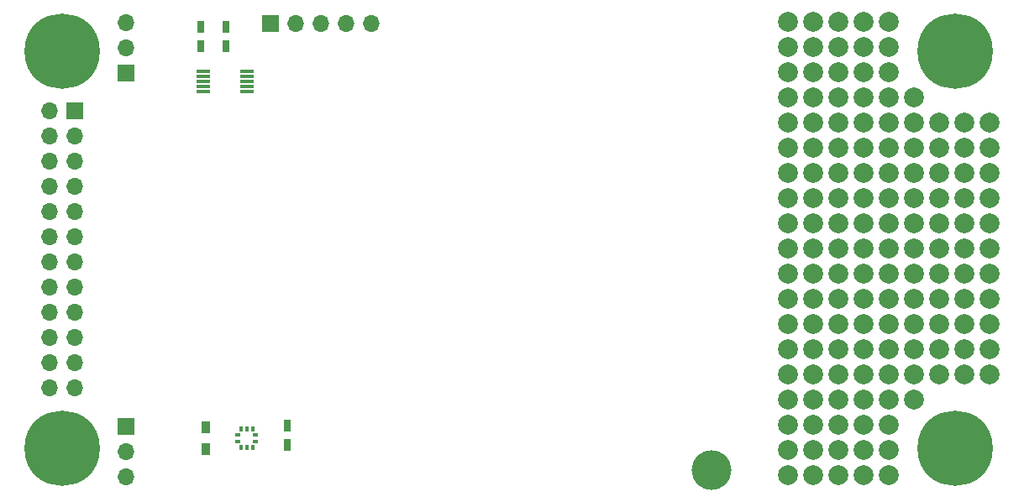
<source format=gbr>
G04 #@! TF.FileFunction,Soldermask,Top*
%FSLAX46Y46*%
G04 Gerber Fmt 4.6, Leading zero omitted, Abs format (unit mm)*
G04 Created by KiCad (PCBNEW 4.0.6) date 06/28/17 13:30:46*
%MOMM*%
%LPD*%
G01*
G04 APERTURE LIST*
%ADD10C,0.100000*%
%ADD11C,4.000000*%
%ADD12R,0.400000X0.550000*%
%ADD13R,0.550000X0.400000*%
%ADD14C,2.000000*%
%ADD15R,0.750000X1.200000*%
%ADD16R,1.700000X1.700000*%
%ADD17O,1.700000X1.700000*%
%ADD18R,0.900000X1.200000*%
%ADD19R,1.400000X0.300000*%
%ADD20C,7.600000*%
G04 APERTURE END LIST*
D10*
D11*
X166090000Y-122830000D03*
D12*
X118600000Y-118680000D03*
X119200000Y-118680000D03*
X119800000Y-118680000D03*
X119800000Y-120520000D03*
X119200000Y-120520000D03*
X118600000Y-120520000D03*
D13*
X118280000Y-119300000D03*
X118280000Y-119900000D03*
X120120000Y-119900000D03*
X120120000Y-119300000D03*
D14*
X183960000Y-123320000D03*
X181420000Y-123320000D03*
X178880000Y-123320000D03*
X176340000Y-123320000D03*
X173800000Y-123320000D03*
X183960000Y-120780000D03*
X181420000Y-120780000D03*
X178880000Y-120780000D03*
X176340000Y-120780000D03*
X173800000Y-120780000D03*
X183960000Y-118240000D03*
X181420000Y-118240000D03*
X178880000Y-118240000D03*
X176340000Y-118240000D03*
X173800000Y-118240000D03*
X186500000Y-115700000D03*
X183960000Y-115700000D03*
X181420000Y-115700000D03*
X178880000Y-115700000D03*
X176340000Y-115700000D03*
X173800000Y-115700000D03*
X194120000Y-113160000D03*
X191580000Y-113160000D03*
X189040000Y-113160000D03*
X186500000Y-113160000D03*
X183960000Y-113160000D03*
X181420000Y-113160000D03*
X178880000Y-113160000D03*
X176340000Y-113160000D03*
X173800000Y-113160000D03*
X194120000Y-110620000D03*
X191580000Y-110620000D03*
X189040000Y-110620000D03*
X186500000Y-110620000D03*
X183960000Y-110620000D03*
X181420000Y-110620000D03*
X178880000Y-110620000D03*
X176340000Y-110620000D03*
X173800000Y-110620000D03*
X194120000Y-108080000D03*
X191580000Y-108080000D03*
X189040000Y-108080000D03*
X186500000Y-108080000D03*
X183960000Y-108080000D03*
X181420000Y-108080000D03*
X178880000Y-108080000D03*
X176340000Y-108080000D03*
X173800000Y-108080000D03*
X194120000Y-105540000D03*
X191580000Y-105540000D03*
X189040000Y-105540000D03*
X186500000Y-105540000D03*
X183960000Y-105540000D03*
X181420000Y-105540000D03*
X178880000Y-105540000D03*
X176340000Y-105540000D03*
X173800000Y-105540000D03*
X194120000Y-103000000D03*
X191580000Y-103000000D03*
X189040000Y-103000000D03*
X186500000Y-103000000D03*
X183960000Y-103000000D03*
X181420000Y-103000000D03*
X178880000Y-103000000D03*
X176340000Y-103000000D03*
X173800000Y-103000000D03*
X194120000Y-100460000D03*
X191580000Y-100460000D03*
X189040000Y-100460000D03*
X186500000Y-100460000D03*
X183960000Y-100460000D03*
X181420000Y-100460000D03*
X178880000Y-100460000D03*
X176340000Y-100460000D03*
X173800000Y-100460000D03*
X194120000Y-97920000D03*
X191580000Y-97920000D03*
X189040000Y-97920000D03*
X186500000Y-97920000D03*
X183960000Y-97920000D03*
X181420000Y-97920000D03*
X178880000Y-97920000D03*
X176340000Y-97920000D03*
X173800000Y-97920000D03*
X194120000Y-95380000D03*
X191580000Y-95380000D03*
X189040000Y-95380000D03*
X186500000Y-95380000D03*
X183960000Y-95380000D03*
X181420000Y-95380000D03*
X178880000Y-95380000D03*
X176340000Y-95380000D03*
X173800000Y-95380000D03*
X194120000Y-92840000D03*
X191580000Y-92840000D03*
X189040000Y-92840000D03*
X186500000Y-92840000D03*
X183960000Y-92840000D03*
X181420000Y-92840000D03*
X178880000Y-92840000D03*
X176340000Y-92840000D03*
X173800000Y-92840000D03*
X194120000Y-90300000D03*
X191580000Y-90300000D03*
X189040000Y-90300000D03*
X186500000Y-90300000D03*
X183960000Y-90300000D03*
X181420000Y-90300000D03*
X178880000Y-90300000D03*
X176340000Y-90300000D03*
X173800000Y-90300000D03*
X194120000Y-87760000D03*
X191580000Y-87760000D03*
X189040000Y-87760000D03*
X186500000Y-87760000D03*
X183960000Y-87760000D03*
X181420000Y-87760000D03*
X178880000Y-87760000D03*
X176340000Y-87760000D03*
X173800000Y-87760000D03*
X186500000Y-85220000D03*
X183960000Y-85220000D03*
X181420000Y-85220000D03*
X178880000Y-85220000D03*
X176340000Y-85220000D03*
X173800000Y-85220000D03*
X183960000Y-82680000D03*
X181420000Y-82680000D03*
X178880000Y-82680000D03*
X176340000Y-82680000D03*
X173800000Y-82680000D03*
X183960000Y-80140000D03*
X181420000Y-80140000D03*
X178880000Y-80140000D03*
X176340000Y-80140000D03*
X173800000Y-80140000D03*
X183960000Y-77600000D03*
X181420000Y-77600000D03*
X178880000Y-77600000D03*
X176340000Y-77600000D03*
D15*
X114600000Y-80050000D03*
X114600000Y-78150000D03*
X117100000Y-80050000D03*
X117100000Y-78150000D03*
X123300000Y-120250000D03*
X123300000Y-118350000D03*
D16*
X101900000Y-86600000D03*
D17*
X99360000Y-86600000D03*
X101900000Y-89140000D03*
X99360000Y-89140000D03*
X101900000Y-91680000D03*
X99360000Y-91680000D03*
X101900000Y-94220000D03*
X99360000Y-94220000D03*
X101900000Y-96760000D03*
X99360000Y-96760000D03*
X101900000Y-99300000D03*
X99360000Y-99300000D03*
X101900000Y-101840000D03*
X99360000Y-101840000D03*
X101900000Y-104380000D03*
X99360000Y-104380000D03*
X101900000Y-106920000D03*
X99360000Y-106920000D03*
X101900000Y-109460000D03*
X99360000Y-109460000D03*
X101900000Y-112000000D03*
X99360000Y-112000000D03*
X101900000Y-114540000D03*
X99360000Y-114540000D03*
D16*
X107000000Y-82800000D03*
D17*
X107000000Y-80260000D03*
X107000000Y-77720000D03*
D16*
X121600000Y-77740000D03*
D17*
X124140000Y-77740000D03*
X126680000Y-77740000D03*
X129220000Y-77740000D03*
X131760000Y-77740000D03*
D16*
X107000000Y-118400000D03*
D17*
X107000000Y-120940000D03*
X107000000Y-123480000D03*
D18*
X115100000Y-120700000D03*
X115100000Y-118500000D03*
D19*
X114800000Y-82600000D03*
X114800000Y-83100000D03*
X114800000Y-83600000D03*
X114800000Y-84100000D03*
X114800000Y-84600000D03*
X119200000Y-84600000D03*
X119200000Y-84100000D03*
X119200000Y-83600000D03*
X119200000Y-83100000D03*
X119200000Y-82600000D03*
D20*
X190600000Y-80600000D03*
X190600000Y-120600000D03*
X100600000Y-120600000D03*
X100600000Y-80600000D03*
D14*
X173800000Y-77600000D03*
M02*

</source>
